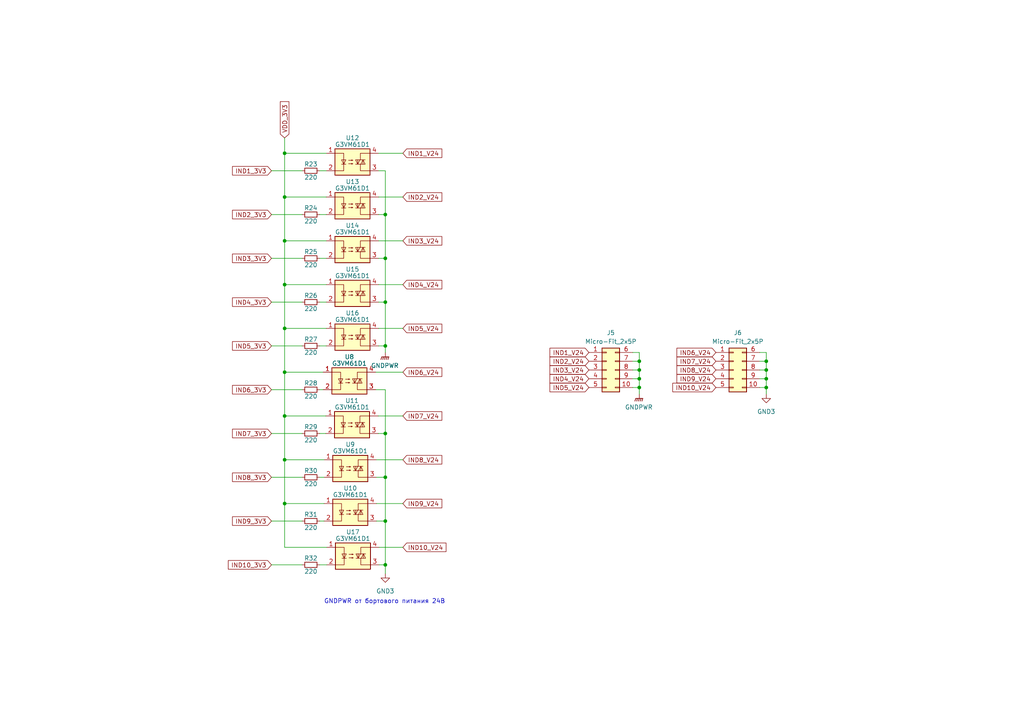
<source format=kicad_sch>
(kicad_sch (version 20231120) (generator "eeschema") (generator_version "8.0")
  (paper "A4")
  (lib_symbols
    (symbol "Conn_02x05_Odd_Even_1" (pin_names (offset 1.016) hide)
      (property "Reference" "J8" (at 1.27 10.795 0))
      (property "Value" "Micro-Fit_2x5P" (at 1.27 8.255 0))
      (symbol "Conn_02x05_Odd_Even_1_1_1"
        (rectangle (start -1.27 -4.953) (end 0 -5.207) (stroke (width 0.1524)))
        (rectangle (start -1.27 -2.413) (end 0 -2.667) (stroke (width 0.1524)))
        (rectangle (start -1.27 0.127) (end 0 -0.127) (stroke (width 0.1524)))
        (rectangle (start -1.27 2.667) (end 0 2.413) (stroke (width 0.1524)))
        (rectangle (start -1.27 5.207) (end 0 4.953) (stroke (width 0.1524)))
        (rectangle (start -1.27 6.35) (end 3.81 -6.35) (stroke (width 0.254)) (fill (type background)))
        (rectangle (start 3.81 -4.953) (end 2.54 -5.207) (stroke (width 0.1524)))
        (rectangle (start 3.81 -2.413) (end 2.54 -2.667) (stroke (width 0.1524)))
        (rectangle (start 3.81 0.127) (end 2.54 -0.127) (stroke (width 0.1524)))
        (rectangle (start 3.81 2.667) (end 2.54 2.413) (stroke (width 0.1524)))
        (rectangle (start 3.81 5.207) (end 2.54 4.953) (stroke (width 0.1524)))
        (pin passive line (at -5.08 5.08 0) (length 3.81) (name "Pin_1") (number "1"))
        (pin passive line (at 7.62 -5.08 180) (length 3.81) (name "Pin_10") (number "10"))
        (pin passive line (at -5.08 2.54 0) (length 3.81) (name "Pin_3") (number "2"))
        (pin passive line (at -5.08 0 0) (length 3.81) (name "Pin_5") (number "3"))
        (pin passive line (at -5.08 -2.54 0) (length 3.81) (name "Pin_7") (number "4"))
        (pin passive line (at -5.08 -5.08 0) (length 3.81) (name "Pin_9") (number "5"))
        (pin passive line (at 7.62 5.08 180) (length 3.81) (name "Pin_2") (number "6"))
        (pin passive line (at 7.62 2.54 180) (length 3.81) (name "Pin_4") (number "7"))
        (pin passive line (at 7.62 0 180) (length 3.81) (name "Pin_6") (number "8"))
        (pin passive line (at 7.62 -2.54 180) (length 3.81) (name "Pin_8") (number "9"))
      )
    )
    (symbol "Connector_Generic:Conn_02x05_Odd_Even" (pin_names (offset 1.016) hide)
      (property "Reference" "J9" (at 1.27 10.795 0))
      (property "Value" "Micro-Fit_2x5P" (at 1.27 8.255 0))
      (symbol "Conn_02x05_Odd_Even_1_1"
        (rectangle (start -1.27 -4.953) (end 0 -5.207) (stroke (width 0.1524)))
        (rectangle (start -1.27 -2.413) (end 0 -2.667) (stroke (width 0.1524)))
        (rectangle (start -1.27 0.127) (end 0 -0.127) (stroke (width 0.1524)))
        (rectangle (start -1.27 2.667) (end 0 2.413) (stroke (width 0.1524)))
        (rectangle (start -1.27 5.207) (end 0 4.953) (stroke (width 0.1524)))
        (rectangle (start -1.27 6.35) (end 3.81 -6.35) (stroke (width 0.254)) (fill (type background)))
        (rectangle (start 3.81 -4.953) (end 2.54 -5.207) (stroke (width 0.1524)))
        (rectangle (start 3.81 -2.413) (end 2.54 -2.667) (stroke (width 0.1524)))
        (rectangle (start 3.81 0.127) (end 2.54 -0.127) (stroke (width 0.1524)))
        (rectangle (start 3.81 2.667) (end 2.54 2.413) (stroke (width 0.1524)))
        (rectangle (start 3.81 5.207) (end 2.54 4.953) (stroke (width 0.1524)))
        (pin passive line (at -5.08 5.08 0) (length 3.81) (name "Pin_1") (number "1"))
        (pin passive line (at 7.62 -5.08 180) (length 3.81) (name "Pin_10") (number "10"))
        (pin passive line (at -5.08 2.54 0) (length 3.81) (name "Pin_3") (number "2"))
        (pin passive line (at -5.08 0 0) (length 3.81) (name "Pin_5") (number "3"))
        (pin passive line (at -5.08 -2.54 0) (length 3.81) (name "Pin_7") (number "4"))
        (pin passive line (at -5.08 -5.08 0) (length 3.81) (name "Pin_9") (number "5"))
        (pin passive line (at 7.62 5.08 180) (length 3.81) (name "Pin_2") (number "6"))
        (pin passive line (at 7.62 2.54 180) (length 3.81) (name "Pin_4") (number "7"))
        (pin passive line (at 7.62 0 180) (length 3.81) (name "Pin_6") (number "8"))
        (pin passive line (at 7.62 -2.54 180) (length 3.81) (name "Pin_8") (number "9"))
      )
    )
    (symbol "Device:R_Small" (pin_numbers hide) (pin_names (offset 0.254) hide)
      (property "Reference" "R" (at 0.762 0.508 0))
      (property "Value" "R_Small" (at 0.762 -1.016 0))
      (symbol "R_Small_0_1"
        (rectangle (start -0.762 1.778) (end 0.762 -1.778) (stroke (width 0.2032)))
      )
      (symbol "R_Small_1_1"
        (pin passive line (at 0 2.54 270) (length 0.762) (name "~") (number "1"))
        (pin passive line (at 0 -2.54 90) (length 0.762) (name "~") (number "2"))
      )
    )
    (symbol "Relay_SolidState:S216S01"
      (property "Reference" "U3" (at 0 7.62 0))
      (property "Value" "G3VM61D1" (at 0 5.08 0))
      (symbol "S216S01_0_1"
        (rectangle (start -5.08 3.81) (end 5.08 -3.81) (stroke (width 0.254)) (fill (type background)))
        (polyline (pts (xy -3.175 -0.635) (xy -1.905 -0.635)))
        (polyline (pts (xy 1.524 -0.635) (xy 1.524 0.635)))
        (polyline (pts (xy 3.048 0.635) (xy 3.048 -0.635)))
        (polyline (pts (xy 2.286 -0.635) (xy 2.286 -2.54) (xy 5.08 -2.54)))
        (polyline (pts (xy 2.286 0.635) (xy 2.286 2.54) (xy 5.08 2.54)))
        (polyline (pts (xy -5.08 2.54) (xy -2.54 2.54) (xy -2.54 -2.54) (xy -5.08 -2.54)))
        (polyline (pts (xy -2.54 -0.635) (xy -3.175 0.635) (xy -1.905 0.635) (xy -2.54 -0.635)))
        (polyline (pts (xy 0.889 -0.635) (xy 3.683 -0.635) (xy 3.048 0.635) (xy 2.413 -0.635)))
        (polyline (pts (xy 3.683 0.635) (xy 0.889 0.635) (xy 1.524 -0.635) (xy 2.159 0.635)))
        (polyline (pts (xy -1.143 -0.508) (xy 0.127 -0.508) (xy -0.254 -0.635) (xy -0.254 -0.381) (xy 0.127 -0.508)))
        (polyline (pts (xy -1.143 0.508) (xy 0.127 0.508) (xy -0.254 0.381) (xy -0.254 0.635) (xy 0.127 0.508)))
      )
      (symbol "S216S01_1_1"
        (pin passive line (at -7.62 2.54 0) (length 2.54) (name "~") (number "1"))
        (pin passive line (at -7.62 -2.54 0) (length 2.54) (name "~") (number "2"))
        (pin passive line (at 7.62 -2.54 180) (length 2.54) (name "~") (number "3"))
        (pin passive line (at 7.62 2.54 180) (length 2.54) (name "~") (number "4"))
      )
    )
    (symbol "power:GND3" (power) (pin_names (offset 0))
      (property "Value" "GND3" (at 0 -3.81 0))
      (symbol "GND3_0_1"
        (polyline (pts (xy 0 0) (xy 0 -1.27) (xy 1.27 -1.27) (xy 0 -2.54) (xy -1.27 -1.27) (xy 0 -1.27)))
      )
      (symbol "GND3_1_1"
        (pin power_in line (at 0 0 270) (length 0) hide (name "GND3") (number "1"))
      )
    )
    (symbol "power:GNDPWR" (power) (pin_names (offset 0))
      (property "Value" "GNDPWR" (at 0 -3.302 0))
      (symbol "GNDPWR_0_1"
        (polyline (pts (xy 0 -1.27) (xy 0 0)))
        (polyline (pts (xy -1.016 -1.27) (xy -1.27 -2.032) (xy -1.27 -2.032)) (stroke (width 0.2032)))
        (polyline (pts (xy -0.508 -1.27) (xy -0.762 -2.032) (xy -0.762 -2.032)) (stroke (width 0.2032)))
        (polyline (pts (xy 0 -1.27) (xy -0.254 -2.032) (xy -0.254 -2.032)) (stroke (width 0.2032)))
        (polyline (pts (xy 0.508 -1.27) (xy 0.254 -2.032) (xy 0.254 -2.032)) (stroke (width 0.2032)))
        (polyline (pts (xy 1.016 -1.27) (xy -1.016 -1.27) (xy -1.016 -1.27)) (stroke (width 0.2032)))
        (polyline (pts (xy 1.016 -1.27) (xy 0.762 -2.032) (xy 0.762 -2.032) (xy 0.762 -2.032)) (stroke (width 0.2032)))
      )
      (symbol "GNDPWR_1_1"
        (pin power_in line (at 0 0 270) (length 0) hide (name "GNDPWR") (number "1"))
      )
    )
  )
  (junction (at 82.55 146.05))
  (junction (at 222.25 109.855))
  (junction (at 82.55 82.55))
  (junction (at 222.25 107.315))
  (junction (at 82.55 133.35))
  (junction (at 185.42 109.855))
  (junction (at 111.76 74.93))
  (junction (at 222.25 112.395))
  (junction (at 82.55 120.65))
  (junction (at 185.42 107.315))
  (junction (at 111.76 138.43))
  (junction (at 185.42 104.775))
  (junction (at 82.55 107.95))
  (junction (at 82.55 57.15))
  (junction (at 111.76 151.13))
  (junction (at 82.55 44.45))
  (junction (at 111.76 100.33))
  (junction (at 111.76 62.23))
  (junction (at 222.25 104.775))
  (junction (at 111.76 125.73))
  (junction (at 111.76 87.63))
  (junction (at 111.76 163.83))
  (junction (at 82.55 95.25))
  (junction (at 82.55 69.85))
  (junction (at 185.42 112.395))
  (wire (pts (xy 220.345 107.315) (xy 222.25 107.315)))
  (wire (pts (xy 82.55 120.65) (xy 94.488 120.65)))
  (wire (pts (xy 82.55 69.85) (xy 82.55 82.55)))
  (wire (pts (xy 82.55 133.35) (xy 82.55 146.05)))
  (wire (pts (xy 87.63 113.03) (xy 78.74 113.03)))
  (wire (pts (xy 82.55 120.65) (xy 82.55 133.35)))
  (wire (pts (xy 82.55 44.45) (xy 82.55 57.15)))
  (wire (pts (xy 109.855 57.15) (xy 116.84 57.15)))
  (wire (pts (xy 109.855 95.25) (xy 116.84 95.25)))
  (wire (pts (xy 109.728 125.73) (xy 111.76 125.73)))
  (wire (pts (xy 87.63 100.33) (xy 78.74 100.33)))
  (wire (pts (xy 92.71 163.83) (xy 94.742 163.83)))
  (wire (pts (xy 111.76 87.63) (xy 111.76 74.93)))
  (wire (pts (xy 92.71 87.63) (xy 94.615 87.63)))
  (wire (pts (xy 222.25 107.315) (xy 222.25 109.855)))
  (wire (pts (xy 109.22 151.13) (xy 111.76 151.13)))
  (wire (pts (xy 92.71 62.23) (xy 94.615 62.23)))
  (wire (pts (xy 94.615 44.45) (xy 82.55 44.45)))
  (wire (pts (xy 185.42 109.855) (xy 185.42 112.395)))
  (wire (pts (xy 183.515 104.775) (xy 185.42 104.775)))
  (wire (pts (xy 111.76 87.63) (xy 109.855 87.63)))
  (wire (pts (xy 82.55 146.05) (xy 82.55 158.75)))
  (wire (pts (xy 94.615 82.55) (xy 82.55 82.55)))
  (wire (pts (xy 82.55 82.55) (xy 82.55 95.25)))
  (wire (pts (xy 111.76 74.93) (xy 111.76 62.23)))
  (wire (pts (xy 94.615 95.25) (xy 82.55 95.25)))
  (wire (pts (xy 220.345 112.395) (xy 222.25 112.395)))
  (wire (pts (xy 183.515 102.235) (xy 185.42 102.235)))
  (wire (pts (xy 92.71 113.03) (xy 93.726 113.03)))
  (wire (pts (xy 222.25 109.855) (xy 222.25 112.395)))
  (wire (pts (xy 94.615 69.85) (xy 82.55 69.85)))
  (wire (pts (xy 109.982 158.75) (xy 116.84 158.75)))
  (wire (pts (xy 87.63 151.13) (xy 78.74 151.13)))
  (wire (pts (xy 82.55 107.95) (xy 93.726 107.95)))
  (wire (pts (xy 109.982 163.83) (xy 111.76 163.83)))
  (wire (pts (xy 185.42 104.775) (xy 185.42 107.315)))
  (wire (pts (xy 111.76 74.93) (xy 109.855 74.93)))
  (wire (pts (xy 82.55 95.25) (xy 82.55 107.95)))
  (wire (pts (xy 92.71 151.13) (xy 93.98 151.13)))
  (wire (pts (xy 87.63 62.23) (xy 78.74 62.23)))
  (wire (pts (xy 111.76 62.23) (xy 111.76 49.53)))
  (wire (pts (xy 87.63 125.73) (xy 78.74 125.73)))
  (wire (pts (xy 92.71 49.53) (xy 94.615 49.53)))
  (wire (pts (xy 222.25 104.775) (xy 222.25 107.315)))
  (wire (pts (xy 183.515 112.395) (xy 185.42 112.395)))
  (wire (pts (xy 82.55 107.95) (xy 82.55 120.65)))
  (wire (pts (xy 185.42 107.315) (xy 185.42 109.855)))
  (wire (pts (xy 87.63 163.83) (xy 78.74 163.83)))
  (wire (pts (xy 87.63 87.63) (xy 78.74 87.63)))
  (wire (pts (xy 220.345 102.235) (xy 222.25 102.235)))
  (wire (pts (xy 109.855 82.55) (xy 116.84 82.55)))
  (wire (pts (xy 109.22 146.05) (xy 116.84 146.05)))
  (wire (pts (xy 183.515 109.855) (xy 185.42 109.855)))
  (wire (pts (xy 92.71 100.33) (xy 94.615 100.33)))
  (wire (pts (xy 220.345 104.775) (xy 222.25 104.775)))
  (wire (pts (xy 111.76 151.13) (xy 111.76 138.43)))
  (wire (pts (xy 111.76 100.33) (xy 111.76 87.63)))
  (wire (pts (xy 109.728 120.65) (xy 116.84 120.65)))
  (wire (pts (xy 111.76 125.73) (xy 111.76 113.03)))
  (wire (pts (xy 87.63 49.53) (xy 78.74 49.53)))
  (wire (pts (xy 82.55 57.15) (xy 94.615 57.15)))
  (wire (pts (xy 82.55 57.15) (xy 82.55 69.85)))
  (wire (pts (xy 109.22 133.35) (xy 116.84 133.35)))
  (wire (pts (xy 183.515 107.315) (xy 185.42 107.315)))
  (wire (pts (xy 82.55 40.005) (xy 82.55 44.45)))
  (wire (pts (xy 222.25 102.235) (xy 222.25 104.775)))
  (wire (pts (xy 92.71 138.43) (xy 93.98 138.43)))
  (wire (pts (xy 111.76 163.83) (xy 111.76 166.37)))
  (wire (pts (xy 109.855 44.45) (xy 116.84 44.45)))
  (wire (pts (xy 185.42 102.235) (xy 185.42 104.775)))
  (wire (pts (xy 111.76 100.33) (xy 109.855 100.33)))
  (wire (pts (xy 82.55 133.35) (xy 93.98 133.35)))
  (wire (pts (xy 108.966 107.95) (xy 116.84 107.95)))
  (wire (pts (xy 82.55 146.05) (xy 93.98 146.05)))
  (wire (pts (xy 111.76 49.53) (xy 109.855 49.53)))
  (wire (pts (xy 92.71 125.73) (xy 94.488 125.73)))
  (wire (pts (xy 94.742 158.75) (xy 82.55 158.75)))
  (wire (pts (xy 109.855 69.85) (xy 116.84 69.85)))
  (wire (pts (xy 111.76 138.43) (xy 111.76 125.73)))
  (wire (pts (xy 220.345 109.855) (xy 222.25 109.855)))
  (wire (pts (xy 87.63 138.43) (xy 78.74 138.43)))
  (wire (pts (xy 92.71 74.93) (xy 94.615 74.93)))
  (wire (pts (xy 87.63 74.93) (xy 78.74 74.93)))
  (wire (pts (xy 222.25 114.3) (xy 222.25 112.395)))
  (wire (pts (xy 111.76 100.33) (xy 111.76 102.235)))
  (wire (pts (xy 111.76 62.23) (xy 109.855 62.23)))
  (wire (pts (xy 108.966 113.03) (xy 111.76 113.03)))
  (wire (pts (xy 185.42 114.3) (xy 185.42 112.395)))
  (wire (pts (xy 111.76 163.83) (xy 111.76 151.13)))
  (wire (pts (xy 109.22 138.43) (xy 111.76 138.43)))
  (text "GNDPWR от бортового питания 24В" (at 93.98 175.26 0) (effects (font (size 1.27 1.27)) (justify left bottom)))
  (global_label "IND4_V24" (shape input) (at 116.84 82.55 0) (property "Intersheetrefs" "${INTERSHEET_REFS}" (effects (hide yes))))
  (global_label "IND5_V24" (shape input) (at 116.84 95.25 0) (property "Intersheetrefs" "${INTERSHEET_REFS}" (effects (hide yes))))
  (global_label "IND9_V24" (shape input) (at 116.84 146.05 0) (property "Intersheetrefs" "${INTERSHEET_REFS}" (effects (hide yes))))
  (global_label "IND2_3V3" (shape input) (at 78.74 62.23 180) (property "Intersheetrefs" "${INTERSHEET_REFS}" (effects (hide yes))))
  (global_label "IND4_3V3" (shape input) (at 78.74 87.63 180) (property "Intersheetrefs" "${INTERSHEET_REFS}" (effects (hide yes))))
  (global_label "IND4_V24" (shape input) (at 170.815 109.855 180) (property "Intersheetrefs" "${INTERSHEET_REFS}" (effects (hide yes))))
  (global_label "IND7_3V3" (shape input) (at 78.74 125.73 180) (property "Intersheetrefs" "${INTERSHEET_REFS}" (effects (hide yes))))
  (global_label "IND7_V24" (shape input) (at 207.645 104.775 180) (property "Intersheetrefs" "${INTERSHEET_REFS}" (effects (hide yes))))
  (global_label "IND6_V24" (shape input) (at 116.84 107.95 0) (property "Intersheetrefs" "${INTERSHEET_REFS}" (effects (hide yes))))
  (global_label "IND3_V24" (shape input) (at 170.815 107.315 180) (property "Intersheetrefs" "${INTERSHEET_REFS}" (effects (hide yes))))
  (global_label "IND6_V24" (shape input) (at 207.645 102.235 180) (property "Intersheetrefs" "${INTERSHEET_REFS}" (effects (hide yes))))
  (global_label "IND1_3V3" (shape input) (at 78.74 49.53 180) (property "Intersheetrefs" "${INTERSHEET_REFS}" (effects (hide yes))))
  (global_label "IND7_V24" (shape input) (at 116.84 120.65 0) (property "Intersheetrefs" "${INTERSHEET_REFS}" (effects (hide yes))))
  (global_label "IND10_3V3" (shape input) (at 78.74 163.83 180) (property "Intersheetrefs" "${INTERSHEET_REFS}" (effects (hide yes))))
  (global_label "IND8_3V3" (shape input) (at 78.74 138.43 180) (property "Intersheetrefs" "${INTERSHEET_REFS}" (effects (hide yes))))
  (global_label "IND8_V24" (shape input) (at 207.645 107.315 180) (property "Intersheetrefs" "${INTERSHEET_REFS}" (effects (hide yes))))
  (global_label "IND9_V24" (shape input) (at 207.645 109.855 180) (property "Intersheetrefs" "${INTERSHEET_REFS}" (effects (hide yes))))
  (global_label "IND9_3V3" (shape input) (at 78.74 151.13 180) (property "Intersheetrefs" "${INTERSHEET_REFS}" (effects (hide yes))))
  (global_label "IND10_V24" (shape input) (at 207.645 112.395 180) (property "Intersheetrefs" "${INTERSHEET_REFS}" (effects (hide yes))))
  (global_label "IND3_V24" (shape input) (at 116.84 69.85 0) (property "Intersheetrefs" "${INTERSHEET_REFS}" (effects (hide yes))))
  (global_label "IND5_V24" (shape input) (at 170.815 112.395 180) (property "Intersheetrefs" "${INTERSHEET_REFS}" (effects (hide yes))))
  (global_label "IND2_V24" (shape input) (at 170.815 104.775 180) (property "Intersheetrefs" "${INTERSHEET_REFS}" (effects (hide yes))))
  (global_label "IND6_3V3" (shape input) (at 78.74 113.03 180) (property "Intersheetrefs" "${INTERSHEET_REFS}" (effects (hide yes))))
  (global_label "IND1_V24" (shape input) (at 170.815 102.235 180) (property "Intersheetrefs" "${INTERSHEET_REFS}" (effects (hide yes))))
  (global_label "IND10_V24" (shape input) (at 116.84 158.75 0) (property "Intersheetrefs" "${INTERSHEET_REFS}" (effects (hide yes))))
  (global_label "VDD_3V3" (shape input) (at 82.55 40.005 90) (property "Intersheetrefs" "${INTERSHEET_REFS}" (effects (hide yes))))
  (global_label "IND1_V24" (shape input) (at 116.84 44.45 0) (property "Intersheetrefs" "${INTERSHEET_REFS}" (effects (hide yes))))
  (global_label "IND5_3V3" (shape input) (at 78.74 100.33 180) (property "Intersheetrefs" "${INTERSHEET_REFS}" (effects (hide yes))))
  (global_label "IND3_3V3" (shape input) (at 78.74 74.93 180) (property "Intersheetrefs" "${INTERSHEET_REFS}" (effects (hide yes))))
  (global_label "IND2_V24" (shape input) (at 116.84 57.15 0) (property "Intersheetrefs" "${INTERSHEET_REFS}" (effects (hide yes))))
  (global_label "IND8_V24" (shape input) (at 116.84 133.35 0) (property "Intersheetrefs" "${INTERSHEET_REFS}" (effects (hide yes))))
  (symbol (lib_id "Connector_Generic:Conn_02x05_Odd_Even") (at 212.725 107.315 0) (unit 1)
    (property "Reference" "J6" (at 213.995 96.52 0))
    (property "Value" "Micro-Fit_2x5P" (at 213.995 99.06 0))
    (property "Footprint" "Connector_Molex:Molex_Micro-Fit_3.0_43045-1000_2x05_P3.00mm_Horizontal" (effects (hide yes)))
    (property "Ссылка" "https://www.chipdip.ru/product/sct3001wr-2x05p" (effects (hide yes)))
    (property "Цена" "34" (effects (hide yes)))
    (property "Человекопонятное название" "Разъем Micro-Fit 2x5 М" (effects (hide yes)))
  )
  (symbol (lib_id "power:GND3") (at 222.25 114.3 0) (unit 1)
    (property "Reference" "#PWR027" (effects (hide yes)))
    (property "Value" "GND3" (at 222.25 119.38 0))
  )
  (symbol (lib_id "Relay_SolidState:S216S01") (at 102.108 123.19 0) (unit 1)
    (property "Reference" "U11" (at 102.108 116.205 0))
    (property "Value" "G3VM61D1" (at 102.108 118.11 0))
    (property "Footprint" "user_lib:G3VM61D1" (effects (hide yes)))
    (property "Ссылка" "https://www.chipdip.ru/product0/8006782491" (effects (hide yes)))
    (property "Цена" "710" (effects (hide yes)))
    (property "Человекопонятное название" "Оптореле" (effects (hide yes)))
  )
  (symbol (lib_id "Relay_SolidState:S216S01") (at 102.235 59.69 0) (unit 1)
    (property "Reference" "U13" (at 102.235 52.705 0))
    (property "Value" "G3VM61D1" (at 102.235 54.61 0))
    (property "Footprint" "user_lib:G3VM61D1" (effects (hide yes)))
    (property "Ссылка" "https://www.chipdip.ru/product0/8006782491" (effects (hide yes)))
    (property "Цена" "710" (effects (hide yes)))
    (property "Человекопонятное название" "Оптореле" (effects (hide yes)))
  )
  (symbol (lib_id "Device:R_Small") (at 90.17 74.93 270) (unit 1)
    (property "Reference" "R25" (at 90.17 73.025 90))
    (property "Value" "220" (at 90.17 76.835 90))
    (property "Footprint" "Resistor_SMD:R_0603_1608Metric" (effects (hide yes)))
    (property "Ссылка" "https://www.chipdip.ru/product/0.1w-0603-220-om-1" (effects (hide yes)))
    (property "Цена" "5" (effects (hide yes)))
    (property "Человекопонятное название" "Резистор 220 Ом" (effects (hide yes)))
  )
  (symbol (lib_id "Relay_SolidState:S216S01") (at 101.6 135.89 0) (unit 1)
    (property "Reference" "U9" (at 101.6 128.905 0))
    (property "Value" "G3VM61D1" (at 101.6 130.81 0))
    (property "Footprint" "user_lib:G3VM61D1" (effects (hide yes)))
    (property "Ссылка" "https://www.chipdip.ru/product0/8006782491" (effects (hide yes)))
    (property "Цена" "710" (effects (hide yes)))
    (property "Человекопонятное название" "Оптореле" (effects (hide yes)))
  )
  (symbol (lib_id "Device:R_Small") (at 90.17 163.83 270) (unit 1)
    (property "Reference" "R32" (at 90.17 161.925 90))
    (property "Value" "220" (at 90.17 165.735 90))
    (property "Footprint" "Resistor_SMD:R_0603_1608Metric" (effects (hide yes)))
    (property "Ссылка" "https://www.chipdip.ru/product/0.1w-0603-220-om-1" (effects (hide yes)))
    (property "Цена" "5" (effects (hide yes)))
    (property "Человекопонятное название" "Резистор 220 Ом" (effects (hide yes)))
  )
  (symbol (lib_id "Relay_SolidState:S216S01") (at 101.6 148.59 0) (unit 1)
    (property "Reference" "U10" (at 101.6 141.605 0))
    (property "Value" "G3VM61D1" (at 101.6 143.51 0))
    (property "Footprint" "user_lib:G3VM61D1" (effects (hide yes)))
    (property "Ссылка" "https://www.chipdip.ru/product0/8006782491" (effects (hide yes)))
    (property "Цена" "710" (effects (hide yes)))
    (property "Человекопонятное название" "Оптореле" (effects (hide yes)))
  )
  (symbol (lib_name "Conn_02x05_Odd_Even_1") (lib_id "Connector_Generic:Conn_02x05_Odd_Even") (at 175.895 107.315 0) (unit 1)
    (property "Reference" "J5" (at 177.165 96.52 0))
    (property "Value" "Micro-Fit_2x5P" (at 177.165 99.06 0))
    (property "Footprint" "Connector_Molex:Molex_Micro-Fit_3.0_43045-1000_2x05_P3.00mm_Horizontal" (effects (hide yes)))
    (property "Ссылка" "https://www.chipdip.ru/product/sct3001wr-2x05p" (effects (hide yes)))
    (property "Цена" "34" (effects (hide yes)))
    (property "Человекопонятное название" "Разъем Micro-Fit 2x5 М" (effects (hide yes)))
  )
  (symbol (lib_id "Device:R_Small") (at 90.17 125.73 270) (unit 1)
    (property "Reference" "R29" (at 90.17 123.825 90))
    (property "Value" "220" (at 90.17 127.635 90))
    (property "Footprint" "Resistor_SMD:R_0603_1608Metric" (effects (hide yes)))
    (property "Ссылка" "https://www.chipdip.ru/product/0.1w-0603-220-om-1" (effects (hide yes)))
    (property "Цена" "5" (effects (hide yes)))
    (property "Человекопонятное название" "Резистор 220 Ом" (effects (hide yes)))
  )
  (symbol (lib_id "Device:R_Small") (at 90.17 113.03 270) (unit 1)
    (property "Reference" "R28" (at 90.17 111.125 90))
    (property "Value" "220" (at 90.17 114.935 90))
    (property "Footprint" "Resistor_SMD:R_0603_1608Metric" (effects (hide yes)))
    (property "Ссылка" "https://www.chipdip.ru/product/0.1w-0603-220-om-1" (effects (hide yes)))
    (property "Цена" "5" (effects (hide yes)))
    (property "Человекопонятное название" "Резистор 220 Ом" (effects (hide yes)))
  )
  (symbol (lib_id "Device:R_Small") (at 90.17 138.43 270) (unit 1)
    (property "Reference" "R30" (at 90.17 136.525 90))
    (property "Value" "220" (at 90.17 140.335 90))
    (property "Footprint" "Resistor_SMD:R_0603_1608Metric" (effects (hide yes)))
    (property "Ссылка" "https://www.chipdip.ru/product/0.1w-0603-220-om-1" (effects (hide yes)))
    (property "Цена" "5" (effects (hide yes)))
    (property "Человекопонятное название" "Резистор 220 Ом" (effects (hide yes)))
  )
  (symbol (lib_id "power:GNDPWR") (at 185.42 114.3 0) (unit 1)
    (property "Reference" "#PWR026" (effects (hide yes)))
    (property "Value" "GNDPWR" (at 185.293 118.11 0))
  )
  (symbol (lib_id "Relay_SolidState:S216S01") (at 102.235 97.79 0) (unit 1)
    (property "Reference" "U16" (at 102.235 90.805 0))
    (property "Value" "G3VM61D1" (at 102.235 92.71 0))
    (property "Footprint" "user_lib:G3VM61D1" (effects (hide yes)))
    (property "Ссылка" "https://www.chipdip.ru/product0/8006782491" (effects (hide yes)))
    (property "Цена" "710" (effects (hide yes)))
    (property "Человекопонятное название" "Оптореле" (effects (hide yes)))
  )
  (symbol (lib_id "Relay_SolidState:S216S01") (at 102.235 85.09 0) (unit 1)
    (property "Reference" "U15" (at 102.235 78.105 0))
    (property "Value" "G3VM61D1" (at 102.235 80.01 0))
    (property "Footprint" "user_lib:G3VM61D1" (effects (hide yes)))
    (property "Ссылка" "https://www.chipdip.ru/product0/8006782491" (effects (hide yes)))
    (property "Цена" "710" (effects (hide yes)))
    (property "Человекопонятное название" "Оптореле" (effects (hide yes)))
  )
  (symbol (lib_id "Relay_SolidState:S216S01") (at 102.235 46.99 0) (unit 1)
    (property "Reference" "U12" (at 102.235 40.005 0))
    (property "Value" "G3VM61D1" (at 102.235 41.91 0))
    (property "Footprint" "user_lib:G3VM61D1" (effects (hide yes)))
    (property "Ссылка" "https://www.chipdip.ru/product0/8006782491" (effects (hide yes)))
    (property "Цена" "710" (effects (hide yes)))
    (property "Человекопонятное название" "Оптореле" (effects (hide yes)))
  )
  (symbol (lib_id "Device:R_Small") (at 90.17 49.53 270) (unit 1)
    (property "Reference" "R23" (at 90.17 47.625 90))
    (property "Value" "220" (at 90.17 51.435 90))
    (property "Footprint" "Resistor_SMD:R_0603_1608Metric" (effects (hide yes)))
    (property "Ссылка" "https://www.chipdip.ru/product/0.1w-0603-220-om-1" (effects (hide yes)))
    (property "Цена" "5" (effects (hide yes)))
    (property "Человекопонятное название" "Резистор 220 Ом" (effects (hide yes)))
  )
  (symbol (lib_id "power:GND3") (at 111.76 166.37 0) (unit 1)
    (property "Reference" "#PWR025" (effects (hide yes)))
    (property "Value" "GND3" (at 111.76 171.45 0))
  )
  (symbol (lib_id "power:GNDPWR") (at 111.76 102.235 0) (unit 1)
    (property "Reference" "#PWR024" (effects (hide yes)))
    (property "Value" "GNDPWR" (at 111.633 106.045 0))
  )
  (symbol (lib_id "Relay_SolidState:S216S01") (at 102.235 72.39 0) (unit 1)
    (property "Reference" "U14" (at 102.235 65.405 0))
    (property "Value" "G3VM61D1" (at 102.235 67.31 0))
    (property "Footprint" "user_lib:G3VM61D1" (effects (hide yes)))
    (property "Ссылка" "https://www.chipdip.ru/product0/8006782491" (effects (hide yes)))
    (property "Цена" "710" (effects (hide yes)))
    (property "Человекопонятное название" "Оптореле" (effects (hide yes)))
  )
  (symbol (lib_id "Relay_SolidState:S216S01") (at 102.362 161.29 0) (unit 1)
    (property "Reference" "U17" (at 102.362 154.305 0))
    (property "Value" "G3VM61D1" (at 102.362 156.21 0))
    (property "Footprint" "user_lib:G3VM61D1" (effects (hide yes)))
    (property "Ссылка" "https://www.chipdip.ru/product0/8006782491" (effects (hide yes)))
    (property "Цена" "710" (effects (hide yes)))
    (property "Человекопонятное название" "Оптореле" (effects (hide yes)))
  )
  (symbol (lib_id "Device:R_Small") (at 90.17 100.33 270) (unit 1)
    (property "Reference" "R27" (at 90.17 98.425 90))
    (property "Value" "220" (at 90.17 102.235 90))
    (property "Footprint" "Resistor_SMD:R_0603_1608Metric" (effects (hide yes)))
    (property "Ссылка" "https://www.chipdip.ru/product/0.1w-0603-220-om-1" (effects (hide yes)))
    (property "Цена" "5" (effects (hide yes)))
    (property "Человекопонятное название" "Резистор 220 Ом" (effects (hide yes)))
  )
  (symbol (lib_id "Device:R_Small") (at 90.17 151.13 270) (unit 1)
    (property "Reference" "R31" (at 90.17 149.225 90))
    (property "Value" "220" (at 90.17 153.035 90))
    (property "Footprint" "Resistor_SMD:R_0603_1608Metric" (effects (hide yes)))
    (property "Ссылка" "https://www.chipdip.ru/product/0.1w-0603-220-om-1" (effects (hide yes)))
    (property "Цена" "5" (effects (hide yes)))
    (property "Человекопонятное название" "Резистор 220 Ом" (effects (hide yes)))
  )
  (symbol (lib_id "Relay_SolidState:S216S01") (at 101.346 110.49 0) (unit 1)
    (property "Reference" "U8" (at 101.346 103.505 0))
    (property "Value" "G3VM61D1" (at 101.346 105.41 0))
    (property "Footprint" "user_lib:G3VM61D1" (effects (hide yes)))
    (property "Ссылка" "https://www.chipdip.ru/product0/8006782491" (effects (hide yes)))
    (property "Цена" "710" (effects (hide yes)))
    (property "Человекопонятное название" "Оптореле" (effects (hide yes)))
  )
  (symbol (lib_id "Device:R_Small") (at 90.17 87.63 270) (unit 1)
    (property "Reference" "R26" (at 90.17 85.725 90))
    (property "Value" "220" (at 90.17 89.535 90))
    (property "Footprint" "Resistor_SMD:R_0603_1608Metric" (effects (hide yes)))
    (property "Ссылка" "https://www.chipdip.ru/product/0.1w-0603-220-om-1" (effects (hide yes)))
    (property "Цена" "5" (effects (hide yes)))
    (property "Человекопонятное название" "Резистор 220 Ом" (effects (hide yes)))
  )
  (symbol (lib_id "Device:R_Small") (at 90.17 62.23 270) (unit 1)
    (property "Reference" "R24" (at 90.17 60.325 90))
    (property "Value" "220" (at 90.17 64.135 90))
    (property "Footprint" "Resistor_SMD:R_0603_1608Metric" (effects (hide yes)))
    (property "Ссылка" "https://www.chipdip.ru/product/0.1w-0603-220-om-1" (effects (hide yes)))
    (property "Цена" "5" (effects (hide yes)))
    (property "Человекопонятное название" "Резистор 220 Ом" (effects (hide yes)))
  )
)
</source>
